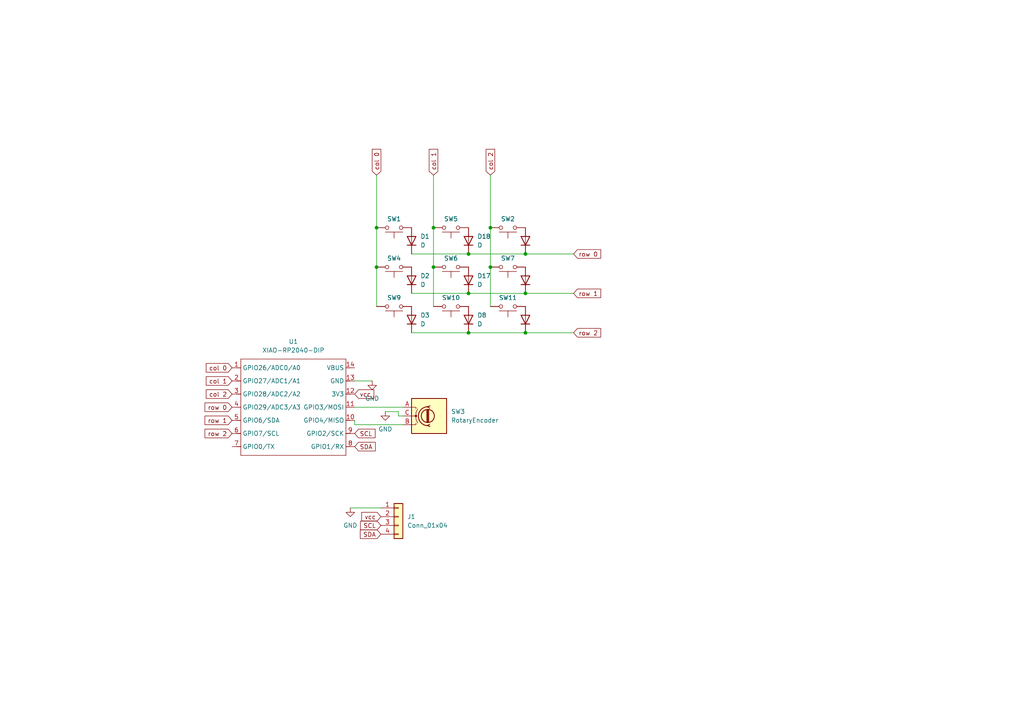
<source format=kicad_sch>
(kicad_sch
	(version 20250114)
	(generator "eeschema")
	(generator_version "9.0")
	(uuid "aeeb36dc-d059-4c10-942d-df4c49b48266")
	(paper "A4")
	(lib_symbols
		(symbol "Connector_Generic:Conn_01x04"
			(pin_names
				(offset 1.016)
				(hide yes)
			)
			(exclude_from_sim no)
			(in_bom yes)
			(on_board yes)
			(property "Reference" "J"
				(at 0 5.08 0)
				(effects
					(font
						(size 1.27 1.27)
					)
				)
			)
			(property "Value" "Conn_01x04"
				(at 0 -7.62 0)
				(effects
					(font
						(size 1.27 1.27)
					)
				)
			)
			(property "Footprint" ""
				(at 0 0 0)
				(effects
					(font
						(size 1.27 1.27)
					)
					(hide yes)
				)
			)
			(property "Datasheet" "~"
				(at 0 0 0)
				(effects
					(font
						(size 1.27 1.27)
					)
					(hide yes)
				)
			)
			(property "Description" "Generic connector, single row, 01x04, script generated (kicad-library-utils/schlib/autogen/connector/)"
				(at 0 0 0)
				(effects
					(font
						(size 1.27 1.27)
					)
					(hide yes)
				)
			)
			(property "ki_keywords" "connector"
				(at 0 0 0)
				(effects
					(font
						(size 1.27 1.27)
					)
					(hide yes)
				)
			)
			(property "ki_fp_filters" "Connector*:*_1x??_*"
				(at 0 0 0)
				(effects
					(font
						(size 1.27 1.27)
					)
					(hide yes)
				)
			)
			(symbol "Conn_01x04_1_1"
				(rectangle
					(start -1.27 3.81)
					(end 1.27 -6.35)
					(stroke
						(width 0.254)
						(type default)
					)
					(fill
						(type background)
					)
				)
				(rectangle
					(start -1.27 2.667)
					(end 0 2.413)
					(stroke
						(width 0.1524)
						(type default)
					)
					(fill
						(type none)
					)
				)
				(rectangle
					(start -1.27 0.127)
					(end 0 -0.127)
					(stroke
						(width 0.1524)
						(type default)
					)
					(fill
						(type none)
					)
				)
				(rectangle
					(start -1.27 -2.413)
					(end 0 -2.667)
					(stroke
						(width 0.1524)
						(type default)
					)
					(fill
						(type none)
					)
				)
				(rectangle
					(start -1.27 -4.953)
					(end 0 -5.207)
					(stroke
						(width 0.1524)
						(type default)
					)
					(fill
						(type none)
					)
				)
				(pin passive line
					(at -5.08 2.54 0)
					(length 3.81)
					(name "Pin_1"
						(effects
							(font
								(size 1.27 1.27)
							)
						)
					)
					(number "1"
						(effects
							(font
								(size 1.27 1.27)
							)
						)
					)
				)
				(pin passive line
					(at -5.08 0 0)
					(length 3.81)
					(name "Pin_2"
						(effects
							(font
								(size 1.27 1.27)
							)
						)
					)
					(number "2"
						(effects
							(font
								(size 1.27 1.27)
							)
						)
					)
				)
				(pin passive line
					(at -5.08 -2.54 0)
					(length 3.81)
					(name "Pin_3"
						(effects
							(font
								(size 1.27 1.27)
							)
						)
					)
					(number "3"
						(effects
							(font
								(size 1.27 1.27)
							)
						)
					)
				)
				(pin passive line
					(at -5.08 -5.08 0)
					(length 3.81)
					(name "Pin_4"
						(effects
							(font
								(size 1.27 1.27)
							)
						)
					)
					(number "4"
						(effects
							(font
								(size 1.27 1.27)
							)
						)
					)
				)
			)
			(embedded_fonts no)
		)
		(symbol "Device:D"
			(pin_numbers
				(hide yes)
			)
			(pin_names
				(offset 1.016)
				(hide yes)
			)
			(exclude_from_sim no)
			(in_bom yes)
			(on_board yes)
			(property "Reference" "D"
				(at 0 2.54 0)
				(effects
					(font
						(size 1.27 1.27)
					)
				)
			)
			(property "Value" "D"
				(at 0 -2.54 0)
				(effects
					(font
						(size 1.27 1.27)
					)
				)
			)
			(property "Footprint" ""
				(at 0 0 0)
				(effects
					(font
						(size 1.27 1.27)
					)
					(hide yes)
				)
			)
			(property "Datasheet" "~"
				(at 0 0 0)
				(effects
					(font
						(size 1.27 1.27)
					)
					(hide yes)
				)
			)
			(property "Description" "Diode"
				(at 0 0 0)
				(effects
					(font
						(size 1.27 1.27)
					)
					(hide yes)
				)
			)
			(property "Sim.Device" "D"
				(at 0 0 0)
				(effects
					(font
						(size 1.27 1.27)
					)
					(hide yes)
				)
			)
			(property "Sim.Pins" "1=K 2=A"
				(at 0 0 0)
				(effects
					(font
						(size 1.27 1.27)
					)
					(hide yes)
				)
			)
			(property "ki_keywords" "diode"
				(at 0 0 0)
				(effects
					(font
						(size 1.27 1.27)
					)
					(hide yes)
				)
			)
			(property "ki_fp_filters" "TO-???* *_Diode_* *SingleDiode* D_*"
				(at 0 0 0)
				(effects
					(font
						(size 1.27 1.27)
					)
					(hide yes)
				)
			)
			(symbol "D_0_1"
				(polyline
					(pts
						(xy -1.27 1.27) (xy -1.27 -1.27)
					)
					(stroke
						(width 0.254)
						(type default)
					)
					(fill
						(type none)
					)
				)
				(polyline
					(pts
						(xy 1.27 1.27) (xy 1.27 -1.27) (xy -1.27 0) (xy 1.27 1.27)
					)
					(stroke
						(width 0.254)
						(type default)
					)
					(fill
						(type none)
					)
				)
				(polyline
					(pts
						(xy 1.27 0) (xy -1.27 0)
					)
					(stroke
						(width 0)
						(type default)
					)
					(fill
						(type none)
					)
				)
			)
			(symbol "D_1_1"
				(pin passive line
					(at -3.81 0 0)
					(length 2.54)
					(name "K"
						(effects
							(font
								(size 1.27 1.27)
							)
						)
					)
					(number "1"
						(effects
							(font
								(size 1.27 1.27)
							)
						)
					)
				)
				(pin passive line
					(at 3.81 0 180)
					(length 2.54)
					(name "A"
						(effects
							(font
								(size 1.27 1.27)
							)
						)
					)
					(number "2"
						(effects
							(font
								(size 1.27 1.27)
							)
						)
					)
				)
			)
			(embedded_fonts no)
		)
		(symbol "Device:RotaryEncoder"
			(pin_names
				(offset 0.254)
				(hide yes)
			)
			(exclude_from_sim no)
			(in_bom yes)
			(on_board yes)
			(property "Reference" "SW"
				(at 0 6.604 0)
				(effects
					(font
						(size 1.27 1.27)
					)
				)
			)
			(property "Value" "RotaryEncoder"
				(at 0 -6.604 0)
				(effects
					(font
						(size 1.27 1.27)
					)
				)
			)
			(property "Footprint" ""
				(at -3.81 4.064 0)
				(effects
					(font
						(size 1.27 1.27)
					)
					(hide yes)
				)
			)
			(property "Datasheet" "~"
				(at 0 6.604 0)
				(effects
					(font
						(size 1.27 1.27)
					)
					(hide yes)
				)
			)
			(property "Description" "Rotary encoder, dual channel, incremental quadrate outputs"
				(at 0 0 0)
				(effects
					(font
						(size 1.27 1.27)
					)
					(hide yes)
				)
			)
			(property "ki_keywords" "rotary switch encoder"
				(at 0 0 0)
				(effects
					(font
						(size 1.27 1.27)
					)
					(hide yes)
				)
			)
			(property "ki_fp_filters" "RotaryEncoder*"
				(at 0 0 0)
				(effects
					(font
						(size 1.27 1.27)
					)
					(hide yes)
				)
			)
			(symbol "RotaryEncoder_0_1"
				(rectangle
					(start -5.08 5.08)
					(end 5.08 -5.08)
					(stroke
						(width 0.254)
						(type default)
					)
					(fill
						(type background)
					)
				)
				(polyline
					(pts
						(xy -5.08 2.54) (xy -3.81 2.54) (xy -3.81 2.032)
					)
					(stroke
						(width 0)
						(type default)
					)
					(fill
						(type none)
					)
				)
				(polyline
					(pts
						(xy -5.08 0) (xy -3.81 0) (xy -3.81 -1.016) (xy -3.302 -2.032)
					)
					(stroke
						(width 0)
						(type default)
					)
					(fill
						(type none)
					)
				)
				(polyline
					(pts
						(xy -5.08 -2.54) (xy -3.81 -2.54) (xy -3.81 -2.032)
					)
					(stroke
						(width 0)
						(type default)
					)
					(fill
						(type none)
					)
				)
				(polyline
					(pts
						(xy -4.318 0) (xy -3.81 0) (xy -3.81 1.016) (xy -3.302 2.032)
					)
					(stroke
						(width 0)
						(type default)
					)
					(fill
						(type none)
					)
				)
				(circle
					(center -3.81 0)
					(radius 0.254)
					(stroke
						(width 0)
						(type default)
					)
					(fill
						(type outline)
					)
				)
				(polyline
					(pts
						(xy -0.635 -1.778) (xy -0.635 1.778)
					)
					(stroke
						(width 0.254)
						(type default)
					)
					(fill
						(type none)
					)
				)
				(circle
					(center -0.381 0)
					(radius 1.905)
					(stroke
						(width 0.254)
						(type default)
					)
					(fill
						(type none)
					)
				)
				(polyline
					(pts
						(xy -0.381 -1.778) (xy -0.381 1.778)
					)
					(stroke
						(width 0.254)
						(type default)
					)
					(fill
						(type none)
					)
				)
				(arc
					(start -0.381 -2.794)
					(mid -3.0988 -0.0635)
					(end -0.381 2.667)
					(stroke
						(width 0.254)
						(type default)
					)
					(fill
						(type none)
					)
				)
				(polyline
					(pts
						(xy -0.127 1.778) (xy -0.127 -1.778)
					)
					(stroke
						(width 0.254)
						(type default)
					)
					(fill
						(type none)
					)
				)
				(polyline
					(pts
						(xy 0.254 2.921) (xy -0.508 2.667) (xy 0.127 2.286)
					)
					(stroke
						(width 0.254)
						(type default)
					)
					(fill
						(type none)
					)
				)
				(polyline
					(pts
						(xy 0.254 -3.048) (xy -0.508 -2.794) (xy 0.127 -2.413)
					)
					(stroke
						(width 0.254)
						(type default)
					)
					(fill
						(type none)
					)
				)
			)
			(symbol "RotaryEncoder_1_1"
				(pin passive line
					(at -7.62 2.54 0)
					(length 2.54)
					(name "A"
						(effects
							(font
								(size 1.27 1.27)
							)
						)
					)
					(number "A"
						(effects
							(font
								(size 1.27 1.27)
							)
						)
					)
				)
				(pin passive line
					(at -7.62 0 0)
					(length 2.54)
					(name "C"
						(effects
							(font
								(size 1.27 1.27)
							)
						)
					)
					(number "C"
						(effects
							(font
								(size 1.27 1.27)
							)
						)
					)
				)
				(pin passive line
					(at -7.62 -2.54 0)
					(length 2.54)
					(name "B"
						(effects
							(font
								(size 1.27 1.27)
							)
						)
					)
					(number "B"
						(effects
							(font
								(size 1.27 1.27)
							)
						)
					)
				)
			)
			(embedded_fonts no)
		)
		(symbol "Seeed_Studio_XIAO_Series (1):XIAO-RP2040-DIP"
			(exclude_from_sim no)
			(in_bom yes)
			(on_board yes)
			(property "Reference" "U"
				(at 0 0 0)
				(effects
					(font
						(size 1.27 1.27)
					)
				)
			)
			(property "Value" "XIAO-RP2040-DIP"
				(at 5.334 -1.778 0)
				(effects
					(font
						(size 1.27 1.27)
					)
				)
			)
			(property "Footprint" "Module:MOUDLE14P-XIAO-DIP-SMD"
				(at 14.478 -32.258 0)
				(effects
					(font
						(size 1.27 1.27)
					)
					(hide yes)
				)
			)
			(property "Datasheet" ""
				(at 0 0 0)
				(effects
					(font
						(size 1.27 1.27)
					)
					(hide yes)
				)
			)
			(property "Description" ""
				(at 0 0 0)
				(effects
					(font
						(size 1.27 1.27)
					)
					(hide yes)
				)
			)
			(symbol "XIAO-RP2040-DIP_1_0"
				(polyline
					(pts
						(xy -1.27 -2.54) (xy 29.21 -2.54)
					)
					(stroke
						(width 0.1524)
						(type solid)
					)
					(fill
						(type none)
					)
				)
				(polyline
					(pts
						(xy -1.27 -5.08) (xy -2.54 -5.08)
					)
					(stroke
						(width 0.1524)
						(type solid)
					)
					(fill
						(type none)
					)
				)
				(polyline
					(pts
						(xy -1.27 -5.08) (xy -1.27 -2.54)
					)
					(stroke
						(width 0.1524)
						(type solid)
					)
					(fill
						(type none)
					)
				)
				(polyline
					(pts
						(xy -1.27 -8.89) (xy -2.54 -8.89)
					)
					(stroke
						(width 0.1524)
						(type solid)
					)
					(fill
						(type none)
					)
				)
				(polyline
					(pts
						(xy -1.27 -8.89) (xy -1.27 -5.08)
					)
					(stroke
						(width 0.1524)
						(type solid)
					)
					(fill
						(type none)
					)
				)
				(polyline
					(pts
						(xy -1.27 -12.7) (xy -2.54 -12.7)
					)
					(stroke
						(width 0.1524)
						(type solid)
					)
					(fill
						(type none)
					)
				)
				(polyline
					(pts
						(xy -1.27 -12.7) (xy -1.27 -8.89)
					)
					(stroke
						(width 0.1524)
						(type solid)
					)
					(fill
						(type none)
					)
				)
				(polyline
					(pts
						(xy -1.27 -16.51) (xy -2.54 -16.51)
					)
					(stroke
						(width 0.1524)
						(type solid)
					)
					(fill
						(type none)
					)
				)
				(polyline
					(pts
						(xy -1.27 -16.51) (xy -1.27 -12.7)
					)
					(stroke
						(width 0.1524)
						(type solid)
					)
					(fill
						(type none)
					)
				)
				(polyline
					(pts
						(xy -1.27 -20.32) (xy -2.54 -20.32)
					)
					(stroke
						(width 0.1524)
						(type solid)
					)
					(fill
						(type none)
					)
				)
				(polyline
					(pts
						(xy -1.27 -24.13) (xy -2.54 -24.13)
					)
					(stroke
						(width 0.1524)
						(type solid)
					)
					(fill
						(type none)
					)
				)
				(polyline
					(pts
						(xy -1.27 -27.94) (xy -2.54 -27.94)
					)
					(stroke
						(width 0.1524)
						(type solid)
					)
					(fill
						(type none)
					)
				)
				(polyline
					(pts
						(xy -1.27 -30.48) (xy -1.27 -16.51)
					)
					(stroke
						(width 0.1524)
						(type solid)
					)
					(fill
						(type none)
					)
				)
				(polyline
					(pts
						(xy 29.21 -2.54) (xy 29.21 -5.08)
					)
					(stroke
						(width 0.1524)
						(type solid)
					)
					(fill
						(type none)
					)
				)
				(polyline
					(pts
						(xy 29.21 -5.08) (xy 29.21 -8.89)
					)
					(stroke
						(width 0.1524)
						(type solid)
					)
					(fill
						(type none)
					)
				)
				(polyline
					(pts
						(xy 29.21 -8.89) (xy 29.21 -12.7)
					)
					(stroke
						(width 0.1524)
						(type solid)
					)
					(fill
						(type none)
					)
				)
				(polyline
					(pts
						(xy 29.21 -12.7) (xy 29.21 -30.48)
					)
					(stroke
						(width 0.1524)
						(type solid)
					)
					(fill
						(type none)
					)
				)
				(polyline
					(pts
						(xy 29.21 -30.48) (xy -1.27 -30.48)
					)
					(stroke
						(width 0.1524)
						(type solid)
					)
					(fill
						(type none)
					)
				)
				(polyline
					(pts
						(xy 30.48 -5.08) (xy 29.21 -5.08)
					)
					(stroke
						(width 0.1524)
						(type solid)
					)
					(fill
						(type none)
					)
				)
				(polyline
					(pts
						(xy 30.48 -8.89) (xy 29.21 -8.89)
					)
					(stroke
						(width 0.1524)
						(type solid)
					)
					(fill
						(type none)
					)
				)
				(polyline
					(pts
						(xy 30.48 -12.7) (xy 29.21 -12.7)
					)
					(stroke
						(width 0.1524)
						(type solid)
					)
					(fill
						(type none)
					)
				)
				(polyline
					(pts
						(xy 30.48 -16.51) (xy 29.21 -16.51)
					)
					(stroke
						(width 0.1524)
						(type solid)
					)
					(fill
						(type none)
					)
				)
				(polyline
					(pts
						(xy 30.48 -20.32) (xy 29.21 -20.32)
					)
					(stroke
						(width 0.1524)
						(type solid)
					)
					(fill
						(type none)
					)
				)
				(polyline
					(pts
						(xy 30.48 -24.13) (xy 29.21 -24.13)
					)
					(stroke
						(width 0.1524)
						(type solid)
					)
					(fill
						(type none)
					)
				)
				(polyline
					(pts
						(xy 30.48 -27.94) (xy 29.21 -27.94)
					)
					(stroke
						(width 0.1524)
						(type solid)
					)
					(fill
						(type none)
					)
				)
				(pin passive line
					(at -3.81 -5.08 0)
					(length 2.54)
					(name "GPIO26/ADC0/A0"
						(effects
							(font
								(size 1.27 1.27)
							)
						)
					)
					(number "1"
						(effects
							(font
								(size 1.27 1.27)
							)
						)
					)
				)
				(pin passive line
					(at -3.81 -8.89 0)
					(length 2.54)
					(name "GPIO27/ADC1/A1"
						(effects
							(font
								(size 1.27 1.27)
							)
						)
					)
					(number "2"
						(effects
							(font
								(size 1.27 1.27)
							)
						)
					)
				)
				(pin passive line
					(at -3.81 -12.7 0)
					(length 2.54)
					(name "GPIO28/ADC2/A2"
						(effects
							(font
								(size 1.27 1.27)
							)
						)
					)
					(number "3"
						(effects
							(font
								(size 1.27 1.27)
							)
						)
					)
				)
				(pin passive line
					(at -3.81 -16.51 0)
					(length 2.54)
					(name "GPIO29/ADC3/A3"
						(effects
							(font
								(size 1.27 1.27)
							)
						)
					)
					(number "4"
						(effects
							(font
								(size 1.27 1.27)
							)
						)
					)
				)
				(pin passive line
					(at -3.81 -20.32 0)
					(length 2.54)
					(name "GPIO6/SDA"
						(effects
							(font
								(size 1.27 1.27)
							)
						)
					)
					(number "5"
						(effects
							(font
								(size 1.27 1.27)
							)
						)
					)
				)
				(pin passive line
					(at -3.81 -24.13 0)
					(length 2.54)
					(name "GPIO7/SCL"
						(effects
							(font
								(size 1.27 1.27)
							)
						)
					)
					(number "6"
						(effects
							(font
								(size 1.27 1.27)
							)
						)
					)
				)
				(pin passive line
					(at -3.81 -27.94 0)
					(length 2.54)
					(name "GPIO0/TX"
						(effects
							(font
								(size 1.27 1.27)
							)
						)
					)
					(number "7"
						(effects
							(font
								(size 1.27 1.27)
							)
						)
					)
				)
				(pin passive line
					(at 31.75 -5.08 180)
					(length 2.54)
					(name "VBUS"
						(effects
							(font
								(size 1.27 1.27)
							)
						)
					)
					(number "14"
						(effects
							(font
								(size 1.27 1.27)
							)
						)
					)
				)
				(pin passive line
					(at 31.75 -8.89 180)
					(length 2.54)
					(name "GND"
						(effects
							(font
								(size 1.27 1.27)
							)
						)
					)
					(number "13"
						(effects
							(font
								(size 1.27 1.27)
							)
						)
					)
				)
				(pin passive line
					(at 31.75 -12.7 180)
					(length 2.54)
					(name "3V3"
						(effects
							(font
								(size 1.27 1.27)
							)
						)
					)
					(number "12"
						(effects
							(font
								(size 1.27 1.27)
							)
						)
					)
				)
				(pin passive line
					(at 31.75 -16.51 180)
					(length 2.54)
					(name "GPIO3/MOSI"
						(effects
							(font
								(size 1.27 1.27)
							)
						)
					)
					(number "11"
						(effects
							(font
								(size 1.27 1.27)
							)
						)
					)
				)
				(pin passive line
					(at 31.75 -20.32 180)
					(length 2.54)
					(name "GPIO4/MISO"
						(effects
							(font
								(size 1.27 1.27)
							)
						)
					)
					(number "10"
						(effects
							(font
								(size 1.27 1.27)
							)
						)
					)
				)
				(pin passive line
					(at 31.75 -24.13 180)
					(length 2.54)
					(name "GPIO2/SCK"
						(effects
							(font
								(size 1.27 1.27)
							)
						)
					)
					(number "9"
						(effects
							(font
								(size 1.27 1.27)
							)
						)
					)
				)
				(pin passive line
					(at 31.75 -27.94 180)
					(length 2.54)
					(name "GPIO1/RX"
						(effects
							(font
								(size 1.27 1.27)
							)
						)
					)
					(number "8"
						(effects
							(font
								(size 1.27 1.27)
							)
						)
					)
				)
			)
			(embedded_fonts no)
		)
		(symbol "Switch:SW_Push"
			(pin_numbers
				(hide yes)
			)
			(pin_names
				(offset 1.016)
				(hide yes)
			)
			(exclude_from_sim no)
			(in_bom yes)
			(on_board yes)
			(property "Reference" "SW"
				(at 1.27 2.54 0)
				(effects
					(font
						(size 1.27 1.27)
					)
					(justify left)
				)
			)
			(property "Value" "SW_Push"
				(at 0 -1.524 0)
				(effects
					(font
						(size 1.27 1.27)
					)
				)
			)
			(property "Footprint" ""
				(at 0 5.08 0)
				(effects
					(font
						(size 1.27 1.27)
					)
					(hide yes)
				)
			)
			(property "Datasheet" "~"
				(at 0 5.08 0)
				(effects
					(font
						(size 1.27 1.27)
					)
					(hide yes)
				)
			)
			(property "Description" "Push button switch, generic, two pins"
				(at 0 0 0)
				(effects
					(font
						(size 1.27 1.27)
					)
					(hide yes)
				)
			)
			(property "ki_keywords" "switch normally-open pushbutton push-button"
				(at 0 0 0)
				(effects
					(font
						(size 1.27 1.27)
					)
					(hide yes)
				)
			)
			(symbol "SW_Push_0_1"
				(circle
					(center -2.032 0)
					(radius 0.508)
					(stroke
						(width 0)
						(type default)
					)
					(fill
						(type none)
					)
				)
				(polyline
					(pts
						(xy 0 1.27) (xy 0 3.048)
					)
					(stroke
						(width 0)
						(type default)
					)
					(fill
						(type none)
					)
				)
				(circle
					(center 2.032 0)
					(radius 0.508)
					(stroke
						(width 0)
						(type default)
					)
					(fill
						(type none)
					)
				)
				(polyline
					(pts
						(xy 2.54 1.27) (xy -2.54 1.27)
					)
					(stroke
						(width 0)
						(type default)
					)
					(fill
						(type none)
					)
				)
				(pin passive line
					(at -5.08 0 0)
					(length 2.54)
					(name "1"
						(effects
							(font
								(size 1.27 1.27)
							)
						)
					)
					(number "1"
						(effects
							(font
								(size 1.27 1.27)
							)
						)
					)
				)
				(pin passive line
					(at 5.08 0 180)
					(length 2.54)
					(name "2"
						(effects
							(font
								(size 1.27 1.27)
							)
						)
					)
					(number "2"
						(effects
							(font
								(size 1.27 1.27)
							)
						)
					)
				)
			)
			(embedded_fonts no)
		)
		(symbol "power:GND"
			(power)
			(pin_numbers
				(hide yes)
			)
			(pin_names
				(offset 0)
				(hide yes)
			)
			(exclude_from_sim no)
			(in_bom yes)
			(on_board yes)
			(property "Reference" "#PWR"
				(at 0 -6.35 0)
				(effects
					(font
						(size 1.27 1.27)
					)
					(hide yes)
				)
			)
			(property "Value" "GND"
				(at 0 -3.81 0)
				(effects
					(font
						(size 1.27 1.27)
					)
				)
			)
			(property "Footprint" ""
				(at 0 0 0)
				(effects
					(font
						(size 1.27 1.27)
					)
					(hide yes)
				)
			)
			(property "Datasheet" ""
				(at 0 0 0)
				(effects
					(font
						(size 1.27 1.27)
					)
					(hide yes)
				)
			)
			(property "Description" "Power symbol creates a global label with name \"GND\" , ground"
				(at 0 0 0)
				(effects
					(font
						(size 1.27 1.27)
					)
					(hide yes)
				)
			)
			(property "ki_keywords" "global power"
				(at 0 0 0)
				(effects
					(font
						(size 1.27 1.27)
					)
					(hide yes)
				)
			)
			(symbol "GND_0_1"
				(polyline
					(pts
						(xy 0 0) (xy 0 -1.27) (xy 1.27 -1.27) (xy 0 -2.54) (xy -1.27 -1.27) (xy 0 -1.27)
					)
					(stroke
						(width 0)
						(type default)
					)
					(fill
						(type none)
					)
				)
			)
			(symbol "GND_1_1"
				(pin power_in line
					(at 0 0 270)
					(length 0)
					(name "~"
						(effects
							(font
								(size 1.27 1.27)
							)
						)
					)
					(number "1"
						(effects
							(font
								(size 1.27 1.27)
							)
						)
					)
				)
			)
			(embedded_fonts no)
		)
	)
	(junction
		(at 135.89 96.52)
		(diameter 0)
		(color 0 0 0 0)
		(uuid "21705791-605f-4eb2-ad42-075df4185996")
	)
	(junction
		(at 135.89 73.66)
		(diameter 0)
		(color 0 0 0 0)
		(uuid "4307f582-98d2-4136-8589-7952e5446ff1")
	)
	(junction
		(at 142.24 77.47)
		(diameter 0)
		(color 0 0 0 0)
		(uuid "5f05561d-0ef4-4aa5-9bc6-c2572d147723")
	)
	(junction
		(at 135.89 85.09)
		(diameter 0)
		(color 0 0 0 0)
		(uuid "8ab06f30-4db7-4eae-8843-be246c456591")
	)
	(junction
		(at 152.4 85.09)
		(diameter 0)
		(color 0 0 0 0)
		(uuid "c330baeb-746e-4503-af13-355440f8c410")
	)
	(junction
		(at 152.4 96.52)
		(diameter 0)
		(color 0 0 0 0)
		(uuid "c6ec0d01-a9ea-4332-aa63-c102235c479c")
	)
	(junction
		(at 109.22 66.04)
		(diameter 0)
		(color 0 0 0 0)
		(uuid "c7d2113a-3c40-42c3-8b60-68ec118395a9")
	)
	(junction
		(at 109.22 77.47)
		(diameter 0)
		(color 0 0 0 0)
		(uuid "cb5cedd5-6c0a-4b7a-9194-be413cb238f0")
	)
	(junction
		(at 125.73 77.47)
		(diameter 0)
		(color 0 0 0 0)
		(uuid "cc9236f0-035b-4906-b2b2-9788e5e8c50f")
	)
	(junction
		(at 125.73 66.04)
		(diameter 0)
		(color 0 0 0 0)
		(uuid "d054eebb-a5c0-4169-a37c-706d74e7143c")
	)
	(junction
		(at 142.24 66.04)
		(diameter 0)
		(color 0 0 0 0)
		(uuid "d920a977-a2ac-40bb-9dc2-f5c530331610")
	)
	(junction
		(at 152.4 73.66)
		(diameter 0)
		(color 0 0 0 0)
		(uuid "de9af903-d68e-47d9-a8ad-70f1ea109ae4")
	)
	(wire
		(pts
			(xy 125.73 77.47) (xy 125.73 88.9)
		)
		(stroke
			(width 0)
			(type default)
		)
		(uuid "13ae2eb0-c353-4acf-ad75-bc74fbcadf70")
	)
	(wire
		(pts
			(xy 135.89 96.52) (xy 152.4 96.52)
		)
		(stroke
			(width 0)
			(type default)
		)
		(uuid "1738d8f4-1551-4692-a707-6bf88affdd2c")
	)
	(wire
		(pts
			(xy 109.22 77.47) (xy 109.22 88.9)
		)
		(stroke
			(width 0)
			(type default)
		)
		(uuid "212ee764-8896-4739-896a-89717e07a55c")
	)
	(wire
		(pts
			(xy 152.4 96.52) (xy 166.37 96.52)
		)
		(stroke
			(width 0)
			(type default)
		)
		(uuid "2480a64c-02cd-44e9-b525-033dfefd76a2")
	)
	(wire
		(pts
			(xy 102.87 123.19) (xy 102.87 121.92)
		)
		(stroke
			(width 0)
			(type default)
		)
		(uuid "24da87a9-96df-432e-8d27-10902af568f3")
	)
	(wire
		(pts
			(xy 111.76 119.38) (xy 115.57 119.38)
		)
		(stroke
			(width 0)
			(type default)
		)
		(uuid "2715b3b7-3e5e-4293-90cc-1505a12d538d")
	)
	(wire
		(pts
			(xy 119.38 73.66) (xy 135.89 73.66)
		)
		(stroke
			(width 0)
			(type default)
		)
		(uuid "2db78838-5fab-4d92-9d05-0aabdf4478f0")
	)
	(wire
		(pts
			(xy 142.24 50.8) (xy 142.24 66.04)
		)
		(stroke
			(width 0)
			(type default)
		)
		(uuid "3654384f-6098-48d4-a442-16ef17ef693e")
	)
	(wire
		(pts
			(xy 115.57 119.38) (xy 115.57 120.65)
		)
		(stroke
			(width 0)
			(type default)
		)
		(uuid "5514e35e-9404-450b-94e4-49f31d4a0172")
	)
	(wire
		(pts
			(xy 152.4 73.66) (xy 166.37 73.66)
		)
		(stroke
			(width 0)
			(type default)
		)
		(uuid "56109671-c416-4177-82d3-025e8195ee3b")
	)
	(wire
		(pts
			(xy 125.73 50.8) (xy 125.73 66.04)
		)
		(stroke
			(width 0)
			(type default)
		)
		(uuid "665e6a84-817a-472d-935d-f3a71abcc25b")
	)
	(wire
		(pts
			(xy 135.89 73.66) (xy 152.4 73.66)
		)
		(stroke
			(width 0)
			(type default)
		)
		(uuid "78cd5b54-606e-4c66-84e0-23cff3681637")
	)
	(wire
		(pts
			(xy 142.24 77.47) (xy 142.24 88.9)
		)
		(stroke
			(width 0)
			(type default)
		)
		(uuid "7b521de1-db88-4039-bd4f-77937f88482b")
	)
	(wire
		(pts
			(xy 142.24 66.04) (xy 142.24 77.47)
		)
		(stroke
			(width 0)
			(type default)
		)
		(uuid "922d4873-36d4-4f3d-8c4b-57784b96d858")
	)
	(wire
		(pts
			(xy 115.57 120.65) (xy 116.84 120.65)
		)
		(stroke
			(width 0)
			(type default)
		)
		(uuid "9d8941e1-78e7-4784-b962-3e861f29a760")
	)
	(wire
		(pts
			(xy 101.6 147.32) (xy 110.49 147.32)
		)
		(stroke
			(width 0)
			(type default)
		)
		(uuid "a1e2b5e6-65b7-4b64-b06e-13473ab0fb54")
	)
	(wire
		(pts
			(xy 125.73 66.04) (xy 125.73 77.47)
		)
		(stroke
			(width 0)
			(type default)
		)
		(uuid "a3a54c62-5aa9-47ee-be1a-a7295edd19b2")
	)
	(wire
		(pts
			(xy 109.22 50.8) (xy 109.22 66.04)
		)
		(stroke
			(width 0)
			(type default)
		)
		(uuid "a690d871-f2f6-4f47-9742-a403373376ed")
	)
	(wire
		(pts
			(xy 109.22 66.04) (xy 109.22 77.47)
		)
		(stroke
			(width 0)
			(type default)
		)
		(uuid "bb016f45-b362-4e38-8c2a-580412f5ae9a")
	)
	(wire
		(pts
			(xy 119.38 96.52) (xy 135.89 96.52)
		)
		(stroke
			(width 0)
			(type default)
		)
		(uuid "caec39c4-93bd-4f7b-ba3d-9d8c323c6c6d")
	)
	(wire
		(pts
			(xy 135.89 85.09) (xy 152.4 85.09)
		)
		(stroke
			(width 0)
			(type default)
		)
		(uuid "cb9723f1-d57e-4b81-850a-ebbbf453aaae")
	)
	(wire
		(pts
			(xy 119.38 85.09) (xy 135.89 85.09)
		)
		(stroke
			(width 0)
			(type default)
		)
		(uuid "e2e13e28-d4d6-47c9-b836-92514f351e96")
	)
	(wire
		(pts
			(xy 152.4 85.09) (xy 166.37 85.09)
		)
		(stroke
			(width 0)
			(type default)
		)
		(uuid "ee4872a3-54e9-4862-8b02-18ee5ed81b48")
	)
	(wire
		(pts
			(xy 116.84 123.19) (xy 102.87 123.19)
		)
		(stroke
			(width 0)
			(type default)
		)
		(uuid "effe156f-2377-4c4b-8774-369250208326")
	)
	(wire
		(pts
			(xy 116.84 118.11) (xy 102.87 118.11)
		)
		(stroke
			(width 0)
			(type default)
		)
		(uuid "f17d5c5c-e748-4f65-8d38-7f5765dd91e1")
	)
	(wire
		(pts
			(xy 107.95 110.49) (xy 102.87 110.49)
		)
		(stroke
			(width 0)
			(type default)
		)
		(uuid "fa70a7dd-2e87-4583-a678-dcade1f124cf")
	)
	(global_label "row 1"
		(shape input)
		(at 166.37 85.09 0)
		(fields_autoplaced yes)
		(effects
			(font
				(size 1.27 1.27)
			)
			(justify left)
		)
		(uuid "25160f8f-4827-4ded-a257-a5f5568bea44")
		(property "Intersheetrefs" "${INTERSHEET_REFS}"
			(at 174.798 85.09 0)
			(effects
				(font
					(size 1.27 1.27)
				)
				(justify left)
				(hide yes)
			)
		)
	)
	(global_label "SDA"
		(shape input)
		(at 102.87 129.54 0)
		(fields_autoplaced yes)
		(effects
			(font
				(size 1.27 1.27)
			)
			(justify left)
		)
		(uuid "269e1061-4f5c-4496-85ea-e7f541ad684f")
		(property "Intersheetrefs" "${INTERSHEET_REFS}"
			(at 109.4233 129.54 0)
			(effects
				(font
					(size 1.27 1.27)
				)
				(justify left)
				(hide yes)
			)
		)
	)
	(global_label "col 1"
		(shape input)
		(at 125.73 50.8 90)
		(fields_autoplaced yes)
		(effects
			(font
				(size 1.27 1.27)
			)
			(justify left)
		)
		(uuid "294fc14c-24c7-4bdc-aa4b-d7cfdadfbdf6")
		(property "Intersheetrefs" "${INTERSHEET_REFS}"
			(at 125.73 42.7349 90)
			(effects
				(font
					(size 1.27 1.27)
				)
				(justify left)
				(hide yes)
			)
		)
	)
	(global_label "col 1"
		(shape input)
		(at 67.31 110.49 180)
		(fields_autoplaced yes)
		(effects
			(font
				(size 1.27 1.27)
			)
			(justify right)
		)
		(uuid "3e9461ca-a65e-4aca-b1cf-c38b2fa5fb14")
		(property "Intersheetrefs" "${INTERSHEET_REFS}"
			(at 59.2449 110.49 0)
			(effects
				(font
					(size 1.27 1.27)
				)
				(justify right)
				(hide yes)
			)
		)
	)
	(global_label "col 0"
		(shape input)
		(at 109.22 50.8 90)
		(fields_autoplaced yes)
		(effects
			(font
				(size 1.27 1.27)
			)
			(justify left)
		)
		(uuid "458bab94-2f53-4f64-94c8-b2bf13903f40")
		(property "Intersheetrefs" "${INTERSHEET_REFS}"
			(at 109.22 42.7349 90)
			(effects
				(font
					(size 1.27 1.27)
				)
				(justify left)
				(hide yes)
			)
		)
	)
	(global_label "col 2"
		(shape input)
		(at 67.31 114.3 180)
		(fields_autoplaced yes)
		(effects
			(font
				(size 1.27 1.27)
			)
			(justify right)
		)
		(uuid "5369f12d-8c11-4151-b7f4-76298aeb4ddb")
		(property "Intersheetrefs" "${INTERSHEET_REFS}"
			(at 59.2449 114.3 0)
			(effects
				(font
					(size 1.27 1.27)
				)
				(justify right)
				(hide yes)
			)
		)
	)
	(global_label "row 1"
		(shape input)
		(at 67.31 121.92 180)
		(fields_autoplaced yes)
		(effects
			(font
				(size 1.27 1.27)
			)
			(justify right)
		)
		(uuid "6929924a-aaea-43cc-bf0d-33fb666df27f")
		(property "Intersheetrefs" "${INTERSHEET_REFS}"
			(at 58.882 121.92 0)
			(effects
				(font
					(size 1.27 1.27)
				)
				(justify right)
				(hide yes)
			)
		)
	)
	(global_label "vcc"
		(shape input)
		(at 102.87 114.3 0)
		(fields_autoplaced yes)
		(effects
			(font
				(size 1.27 1.27)
			)
			(justify left)
		)
		(uuid "85b2a0b6-8ca4-4e06-8316-cfa1e89649f5")
		(property "Intersheetrefs" "${INTERSHEET_REFS}"
			(at 109 114.3 0)
			(effects
				(font
					(size 1.27 1.27)
				)
				(justify left)
				(hide yes)
			)
		)
	)
	(global_label "row 2"
		(shape input)
		(at 67.31 125.73 180)
		(fields_autoplaced yes)
		(effects
			(font
				(size 1.27 1.27)
			)
			(justify right)
		)
		(uuid "b14c64be-0b5d-4eed-90cb-8ba3ffe0c9c9")
		(property "Intersheetrefs" "${INTERSHEET_REFS}"
			(at 58.882 125.73 0)
			(effects
				(font
					(size 1.27 1.27)
				)
				(justify right)
				(hide yes)
			)
		)
	)
	(global_label "SCL"
		(shape input)
		(at 102.87 125.73 0)
		(fields_autoplaced yes)
		(effects
			(font
				(size 1.27 1.27)
			)
			(justify left)
		)
		(uuid "b9576da3-e880-4d80-b780-b6fb983d4b64")
		(property "Intersheetrefs" "${INTERSHEET_REFS}"
			(at 109.3628 125.73 0)
			(effects
				(font
					(size 1.27 1.27)
				)
				(justify left)
				(hide yes)
			)
		)
	)
	(global_label "vcc"
		(shape input)
		(at 110.49 149.86 180)
		(fields_autoplaced yes)
		(effects
			(font
				(size 1.27 1.27)
			)
			(justify right)
		)
		(uuid "c6c73dd6-e766-492f-9d5c-9c1441cff704")
		(property "Intersheetrefs" "${INTERSHEET_REFS}"
			(at 104.36 149.86 0)
			(effects
				(font
					(size 1.27 1.27)
				)
				(justify right)
				(hide yes)
			)
		)
	)
	(global_label "row 0"
		(shape input)
		(at 67.31 118.11 180)
		(fields_autoplaced yes)
		(effects
			(font
				(size 1.27 1.27)
			)
			(justify right)
		)
		(uuid "cb0a6b89-29f1-4c61-b23e-0ed76d347827")
		(property "Intersheetrefs" "${INTERSHEET_REFS}"
			(at 58.882 118.11 0)
			(effects
				(font
					(size 1.27 1.27)
				)
				(justify right)
				(hide yes)
			)
		)
	)
	(global_label "row 0"
		(shape input)
		(at 166.37 73.66 0)
		(fields_autoplaced yes)
		(effects
			(font
				(size 1.27 1.27)
			)
			(justify left)
		)
		(uuid "d234cee5-2f80-47ef-9dc3-615b15bbb6ae")
		(property "Intersheetrefs" "${INTERSHEET_REFS}"
			(at 174.798 73.66 0)
			(effects
				(font
					(size 1.27 1.27)
				)
				(justify left)
				(hide yes)
			)
		)
	)
	(global_label "row 2"
		(shape input)
		(at 166.37 96.52 0)
		(fields_autoplaced yes)
		(effects
			(font
				(size 1.27 1.27)
			)
			(justify left)
		)
		(uuid "e2a26f9a-0225-4997-a46c-0a5f9c4c5290")
		(property "Intersheetrefs" "${INTERSHEET_REFS}"
			(at 174.798 96.52 0)
			(effects
				(font
					(size 1.27 1.27)
				)
				(justify left)
				(hide yes)
			)
		)
	)
	(global_label "SDA"
		(shape input)
		(at 110.49 154.94 180)
		(fields_autoplaced yes)
		(effects
			(font
				(size 1.27 1.27)
			)
			(justify right)
		)
		(uuid "ed29640b-2c06-4b93-9fa6-c50f05022dfb")
		(property "Intersheetrefs" "${INTERSHEET_REFS}"
			(at 103.9367 154.94 0)
			(effects
				(font
					(size 1.27 1.27)
				)
				(justify right)
				(hide yes)
			)
		)
	)
	(global_label "col 0"
		(shape input)
		(at 67.31 106.68 180)
		(fields_autoplaced yes)
		(effects
			(font
				(size 1.27 1.27)
			)
			(justify right)
		)
		(uuid "f4a18d99-42c7-4ef7-b6a7-bf3837ee2205")
		(property "Intersheetrefs" "${INTERSHEET_REFS}"
			(at 59.2449 106.68 0)
			(effects
				(font
					(size 1.27 1.27)
				)
				(justify right)
				(hide yes)
			)
		)
	)
	(global_label "SCL"
		(shape input)
		(at 110.49 152.4 180)
		(fields_autoplaced yes)
		(effects
			(font
				(size 1.27 1.27)
			)
			(justify right)
		)
		(uuid "f80a5ba5-cd19-4d69-b0ae-3893b7feeb2c")
		(property "Intersheetrefs" "${INTERSHEET_REFS}"
			(at 103.9972 152.4 0)
			(effects
				(font
					(size 1.27 1.27)
				)
				(justify right)
				(hide yes)
			)
		)
	)
	(global_label "col 2"
		(shape input)
		(at 142.24 50.8 90)
		(fields_autoplaced yes)
		(effects
			(font
				(size 1.27 1.27)
			)
			(justify left)
		)
		(uuid "fb396fc9-9fa6-4212-b867-8b1b62971add")
		(property "Intersheetrefs" "${INTERSHEET_REFS}"
			(at 142.24 42.7349 90)
			(effects
				(font
					(size 1.27 1.27)
				)
				(justify left)
				(hide yes)
			)
		)
	)
	(symbol
		(lib_id "Switch:SW_Push")
		(at 130.81 88.9 180)
		(unit 1)
		(exclude_from_sim no)
		(in_bom yes)
		(on_board yes)
		(dnp no)
		(fields_autoplaced yes)
		(uuid "0f329b51-bab5-4d48-ac9a-082be2e856a4")
		(property "Reference" "SW10"
			(at 130.81 86.36 0)
			(effects
				(font
					(size 1.27 1.27)
				)
			)
		)
		(property "Value" "SW_Push"
			(at 130.81 93.98 0)
			(effects
				(font
					(size 1.27 1.27)
				)
				(hide yes)
			)
		)
		(property "Footprint" "Button_Switch_Keyboard:SW_Cherry_MX_1.00u_PCB"
			(at 130.81 93.98 0)
			(effects
				(font
					(size 1.27 1.27)
				)
				(hide yes)
			)
		)
		(property "Datasheet" "~"
			(at 130.81 93.98 0)
			(effects
				(font
					(size 1.27 1.27)
				)
				(hide yes)
			)
		)
		(property "Description" "Push button switch, generic, two pins"
			(at 130.81 88.9 0)
			(effects
				(font
					(size 1.27 1.27)
				)
				(hide yes)
			)
		)
		(pin "2"
			(uuid "034dfdd8-cba0-4cfd-b033-ae8953d0b619")
		)
		(pin "1"
			(uuid "8c5b33bf-51fe-4213-8035-68957dcbf2d5")
		)
		(instances
			(project "keypad"
				(path "/aeeb36dc-d059-4c10-942d-df4c49b48266"
					(reference "SW10")
					(unit 1)
				)
			)
		)
	)
	(symbol
		(lib_id "Switch:SW_Push")
		(at 147.32 66.04 180)
		(unit 1)
		(exclude_from_sim no)
		(in_bom yes)
		(on_board yes)
		(dnp no)
		(fields_autoplaced yes)
		(uuid "0ffb85ef-6bf5-4d8e-aa6b-68583ad4040c")
		(property "Reference" "SW2"
			(at 147.32 63.5 0)
			(effects
				(font
					(size 1.27 1.27)
				)
			)
		)
		(property "Value" "SW_Push"
			(at 147.32 71.12 0)
			(effects
				(font
					(size 1.27 1.27)
				)
				(hide yes)
			)
		)
		(property "Footprint" "Button_Switch_Keyboard:SW_Cherry_MX_1.00u_PCB"
			(at 147.32 71.12 0)
			(effects
				(font
					(size 1.27 1.27)
				)
				(hide yes)
			)
		)
		(property "Datasheet" "~"
			(at 147.32 71.12 0)
			(effects
				(font
					(size 1.27 1.27)
				)
				(hide yes)
			)
		)
		(property "Description" "Push button switch, generic, two pins"
			(at 147.32 66.04 0)
			(effects
				(font
					(size 1.27 1.27)
				)
				(hide yes)
			)
		)
		(pin "2"
			(uuid "55648247-48c5-4c2f-bd37-8ba6649f068b")
		)
		(pin "1"
			(uuid "b398bb06-d94b-4dc4-bef6-f25c2bddb53f")
		)
		(instances
			(project "keypad"
				(path "/aeeb36dc-d059-4c10-942d-df4c49b48266"
					(reference "SW2")
					(unit 1)
				)
			)
		)
	)
	(symbol
		(lib_id "Device:D")
		(at 135.89 69.85 90)
		(unit 1)
		(exclude_from_sim no)
		(in_bom yes)
		(on_board yes)
		(dnp no)
		(fields_autoplaced yes)
		(uuid "17784d06-3850-4896-88bd-5b5c5967e195")
		(property "Reference" "D18"
			(at 138.43 68.5799 90)
			(effects
				(font
					(size 1.27 1.27)
				)
				(justify right)
			)
		)
		(property "Value" "D"
			(at 138.43 71.1199 90)
			(effects
				(font
					(size 1.27 1.27)
				)
				(justify right)
			)
		)
		(property "Footprint" "Diode_THT:D_DO-35_SOD27_P2.54mm_Vertical_AnodeUp"
			(at 135.89 69.85 0)
			(effects
				(font
					(size 1.27 1.27)
				)
				(hide yes)
			)
		)
		(property "Datasheet" "~"
			(at 135.89 69.85 0)
			(effects
				(font
					(size 1.27 1.27)
				)
				(hide yes)
			)
		)
		(property "Description" "Diode"
			(at 135.89 69.85 0)
			(effects
				(font
					(size 1.27 1.27)
				)
				(hide yes)
			)
		)
		(property "Sim.Device" "D"
			(at 135.89 69.85 0)
			(effects
				(font
					(size 1.27 1.27)
				)
				(hide yes)
			)
		)
		(property "Sim.Pins" "1=K 2=A"
			(at 135.89 69.85 0)
			(effects
				(font
					(size 1.27 1.27)
				)
				(hide yes)
			)
		)
		(pin "2"
			(uuid "28b3dcf0-86ff-4c50-92fd-4464c8e71156")
		)
		(pin "1"
			(uuid "838a3a87-af1f-41c7-94f2-cd82e8843e17")
		)
		(instances
			(project "keypad"
				(path "/aeeb36dc-d059-4c10-942d-df4c49b48266"
					(reference "D18")
					(unit 1)
				)
			)
		)
	)
	(symbol
		(lib_id "power:GND")
		(at 111.76 119.38 0)
		(unit 1)
		(exclude_from_sim no)
		(in_bom yes)
		(on_board yes)
		(dnp no)
		(fields_autoplaced yes)
		(uuid "25f95484-2f02-4c11-96b2-13013f273550")
		(property "Reference" "#PWR01"
			(at 111.76 125.73 0)
			(effects
				(font
					(size 1.27 1.27)
				)
				(hide yes)
			)
		)
		(property "Value" "GND"
			(at 111.76 124.46 0)
			(effects
				(font
					(size 1.27 1.27)
				)
			)
		)
		(property "Footprint" ""
			(at 111.76 119.38 0)
			(effects
				(font
					(size 1.27 1.27)
				)
				(hide yes)
			)
		)
		(property "Datasheet" ""
			(at 111.76 119.38 0)
			(effects
				(font
					(size 1.27 1.27)
				)
				(hide yes)
			)
		)
		(property "Description" "Power symbol creates a global label with name \"GND\" , ground"
			(at 111.76 119.38 0)
			(effects
				(font
					(size 1.27 1.27)
				)
				(hide yes)
			)
		)
		(pin "1"
			(uuid "5bee70a5-3720-4d49-abb0-a144d16e8ca6")
		)
		(instances
			(project ""
				(path "/aeeb36dc-d059-4c10-942d-df4c49b48266"
					(reference "#PWR01")
					(unit 1)
				)
			)
		)
	)
	(symbol
		(lib_id "Switch:SW_Push")
		(at 114.3 66.04 180)
		(unit 1)
		(exclude_from_sim no)
		(in_bom yes)
		(on_board yes)
		(dnp no)
		(fields_autoplaced yes)
		(uuid "46eb2a28-dd0a-4f04-aa50-facf35a357c0")
		(property "Reference" "SW1"
			(at 114.3 63.5 0)
			(effects
				(font
					(size 1.27 1.27)
				)
			)
		)
		(property "Value" "SW_Push"
			(at 114.3 71.12 0)
			(effects
				(font
					(size 1.27 1.27)
				)
				(hide yes)
			)
		)
		(property "Footprint" "Button_Switch_Keyboard:SW_Cherry_MX_1.00u_PCB"
			(at 114.3 71.12 0)
			(effects
				(font
					(size 1.27 1.27)
				)
				(hide yes)
			)
		)
		(property "Datasheet" "~"
			(at 114.3 71.12 0)
			(effects
				(font
					(size 1.27 1.27)
				)
				(hide yes)
			)
		)
		(property "Description" "Push button switch, generic, two pins"
			(at 114.3 66.04 0)
			(effects
				(font
					(size 1.27 1.27)
				)
				(hide yes)
			)
		)
		(pin "2"
			(uuid "f484f71f-c390-4b55-bc57-1332c42263e9")
		)
		(pin "1"
			(uuid "d2619853-5520-428c-b109-cf3356d60937")
		)
		(instances
			(project "keypad"
				(path "/aeeb36dc-d059-4c10-942d-df4c49b48266"
					(reference "SW1")
					(unit 1)
				)
			)
		)
	)
	(symbol
		(lib_id "Seeed_Studio_XIAO_Series (1):XIAO-RP2040-DIP")
		(at 71.12 101.6 0)
		(unit 1)
		(exclude_from_sim no)
		(in_bom yes)
		(on_board yes)
		(dnp no)
		(fields_autoplaced yes)
		(uuid "470ba4d9-4892-436f-8e9e-57601f8f9841")
		(property "Reference" "U1"
			(at 85.09 99.06 0)
			(effects
				(font
					(size 1.27 1.27)
				)
			)
		)
		(property "Value" "XIAO-RP2040-DIP"
			(at 85.09 101.6 0)
			(effects
				(font
					(size 1.27 1.27)
				)
			)
		)
		(property "Footprint" "keypad:XIAO-RP2040-DIP"
			(at 85.598 133.858 0)
			(effects
				(font
					(size 1.27 1.27)
				)
				(hide yes)
			)
		)
		(property "Datasheet" ""
			(at 71.12 101.6 0)
			(effects
				(font
					(size 1.27 1.27)
				)
				(hide yes)
			)
		)
		(property "Description" ""
			(at 71.12 101.6 0)
			(effects
				(font
					(size 1.27 1.27)
				)
				(hide yes)
			)
		)
		(pin "10"
			(uuid "802450d2-55c4-45e1-9450-6661b6508f32")
		)
		(pin "6"
			(uuid "509085dc-5fe1-40f8-a569-fda06926faaf")
		)
		(pin "9"
			(uuid "b446ba26-6fb5-48ab-99a3-9e772b99ce4e")
		)
		(pin "5"
			(uuid "b53404c8-1070-4896-85fb-34c38b9acdcf")
		)
		(pin "11"
			(uuid "cedd15c4-0375-47a2-a467-61411e4cfcf0")
		)
		(pin "3"
			(uuid "625b6c68-a150-421f-85c6-b6156a1a5349")
		)
		(pin "14"
			(uuid "b4497259-e235-4e39-b888-6fa2f84e6cb3")
		)
		(pin "1"
			(uuid "27634092-8c7b-4980-9da9-8e7bba868b21")
		)
		(pin "2"
			(uuid "ff2ad5fe-e95b-4cf5-86ae-03d5665955f8")
		)
		(pin "4"
			(uuid "0767a6a6-caa8-4b81-a2c9-1ab8ce7141f5")
		)
		(pin "13"
			(uuid "2964563b-10fc-48d8-9d87-c84145009ee3")
		)
		(pin "12"
			(uuid "fd2f34b4-98bf-4013-b605-442a8611274e")
		)
		(pin "8"
			(uuid "fcb5333d-ea34-4ec5-a784-d2f347e8f79a")
		)
		(pin "7"
			(uuid "66ea7708-0399-442f-a325-e70c3e8d4de1")
		)
		(instances
			(project ""
				(path "/aeeb36dc-d059-4c10-942d-df4c49b48266"
					(reference "U1")
					(unit 1)
				)
			)
		)
	)
	(symbol
		(lib_id "Device:RotaryEncoder")
		(at 124.46 120.65 0)
		(unit 1)
		(exclude_from_sim no)
		(in_bom yes)
		(on_board yes)
		(dnp no)
		(fields_autoplaced yes)
		(uuid "55aef3d8-77a8-424c-8477-dcc90f7612df")
		(property "Reference" "SW3"
			(at 130.81 119.3799 0)
			(effects
				(font
					(size 1.27 1.27)
				)
				(justify left)
			)
		)
		(property "Value" "RotaryEncoder"
			(at 130.81 121.9199 0)
			(effects
				(font
					(size 1.27 1.27)
				)
				(justify left)
			)
		)
		(property "Footprint" "Rotary_Encoder:RotaryEncoder_Alps_EC11E-Switch_Vertical_H20mm_CircularMountingHoles"
			(at 120.65 116.586 0)
			(effects
				(font
					(size 1.27 1.27)
				)
				(hide yes)
			)
		)
		(property "Datasheet" "~"
			(at 124.46 114.046 0)
			(effects
				(font
					(size 1.27 1.27)
				)
				(hide yes)
			)
		)
		(property "Description" "Rotary encoder, dual channel, incremental quadrate outputs"
			(at 124.46 120.65 0)
			(effects
				(font
					(size 1.27 1.27)
				)
				(hide yes)
			)
		)
		(pin "A"
			(uuid "7512a449-b0db-4bfd-8d38-f725e1e2ef99")
		)
		(pin "C"
			(uuid "a69cd944-9425-4dd2-94b9-f8908d30818d")
		)
		(pin "B"
			(uuid "09dadfc6-fcac-4053-9d82-3d5d32152f70")
		)
		(instances
			(project ""
				(path "/aeeb36dc-d059-4c10-942d-df4c49b48266"
					(reference "SW3")
					(unit 1)
				)
			)
		)
	)
	(symbol
		(lib_id "Device:D")
		(at 119.38 69.85 90)
		(unit 1)
		(exclude_from_sim no)
		(in_bom yes)
		(on_board yes)
		(dnp no)
		(fields_autoplaced yes)
		(uuid "5fbedf9b-270f-4257-92d5-1828d3886129")
		(property "Reference" "D1"
			(at 121.92 68.5799 90)
			(effects
				(font
					(size 1.27 1.27)
				)
				(justify right)
			)
		)
		(property "Value" "D"
			(at 121.92 71.1199 90)
			(effects
				(font
					(size 1.27 1.27)
				)
				(justify right)
			)
		)
		(property "Footprint" "Diode_THT:D_DO-35_SOD27_P2.54mm_Vertical_AnodeUp"
			(at 119.38 69.85 0)
			(effects
				(font
					(size 1.27 1.27)
				)
				(hide yes)
			)
		)
		(property "Datasheet" "~"
			(at 119.38 69.85 0)
			(effects
				(font
					(size 1.27 1.27)
				)
				(hide yes)
			)
		)
		(property "Description" "Diode"
			(at 119.38 69.85 0)
			(effects
				(font
					(size 1.27 1.27)
				)
				(hide yes)
			)
		)
		(property "Sim.Device" "D"
			(at 119.38 69.85 0)
			(effects
				(font
					(size 1.27 1.27)
				)
				(hide yes)
			)
		)
		(property "Sim.Pins" "1=K 2=A"
			(at 119.38 69.85 0)
			(effects
				(font
					(size 1.27 1.27)
				)
				(hide yes)
			)
		)
		(pin "2"
			(uuid "f54f295b-0776-4f9f-aabe-2003a09e9faf")
		)
		(pin "1"
			(uuid "15e2f358-9af8-4daa-8591-f5d638f69ebb")
		)
		(instances
			(project ""
				(path "/aeeb36dc-d059-4c10-942d-df4c49b48266"
					(reference "D1")
					(unit 1)
				)
			)
		)
	)
	(symbol
		(lib_id "Switch:SW_Push")
		(at 147.32 88.9 180)
		(unit 1)
		(exclude_from_sim no)
		(in_bom yes)
		(on_board yes)
		(dnp no)
		(fields_autoplaced yes)
		(uuid "6cf53d4e-d02f-49f2-95dd-4d8cec71e694")
		(property "Reference" "SW11"
			(at 147.32 86.36 0)
			(effects
				(font
					(size 1.27 1.27)
				)
			)
		)
		(property "Value" "SW_Push"
			(at 147.32 93.98 0)
			(effects
				(font
					(size 1.27 1.27)
				)
				(hide yes)
			)
		)
		(property "Footprint" "Button_Switch_Keyboard:SW_Cherry_MX_1.00u_PCB"
			(at 147.32 93.98 0)
			(effects
				(font
					(size 1.27 1.27)
				)
				(hide yes)
			)
		)
		(property "Datasheet" "~"
			(at 147.32 93.98 0)
			(effects
				(font
					(size 1.27 1.27)
				)
				(hide yes)
			)
		)
		(property "Description" "Push button switch, generic, two pins"
			(at 147.32 88.9 0)
			(effects
				(font
					(size 1.27 1.27)
				)
				(hide yes)
			)
		)
		(pin "2"
			(uuid "5d9a6fbc-5060-4857-9218-d82ae348eb24")
		)
		(pin "1"
			(uuid "26f4d592-d507-4499-af98-e4f0811dae87")
		)
		(instances
			(project "keypad"
				(path "/aeeb36dc-d059-4c10-942d-df4c49b48266"
					(reference "SW11")
					(unit 1)
				)
			)
		)
	)
	(symbol
		(lib_id "Switch:SW_Push")
		(at 130.81 66.04 180)
		(unit 1)
		(exclude_from_sim no)
		(in_bom yes)
		(on_board yes)
		(dnp no)
		(fields_autoplaced yes)
		(uuid "8737d4e2-1d53-4dd6-bbd4-1737fa6b79df")
		(property "Reference" "SW5"
			(at 130.81 63.5 0)
			(effects
				(font
					(size 1.27 1.27)
				)
			)
		)
		(property "Value" "SW_Push"
			(at 130.81 71.12 0)
			(effects
				(font
					(size 1.27 1.27)
				)
				(hide yes)
			)
		)
		(property "Footprint" "Button_Switch_Keyboard:SW_Cherry_MX_1.00u_PCB"
			(at 130.81 71.12 0)
			(effects
				(font
					(size 1.27 1.27)
				)
				(hide yes)
			)
		)
		(property "Datasheet" "~"
			(at 130.81 71.12 0)
			(effects
				(font
					(size 1.27 1.27)
				)
				(hide yes)
			)
		)
		(property "Description" "Push button switch, generic, two pins"
			(at 130.81 66.04 0)
			(effects
				(font
					(size 1.27 1.27)
				)
				(hide yes)
			)
		)
		(pin "2"
			(uuid "992a2eb9-0465-4ce6-8f2e-49d63deeceb9")
		)
		(pin "1"
			(uuid "8578e228-5215-455d-8594-1ee78dd33fea")
		)
		(instances
			(project "keypad"
				(path "/aeeb36dc-d059-4c10-942d-df4c49b48266"
					(reference "SW5")
					(unit 1)
				)
			)
		)
	)
	(symbol
		(lib_id "Switch:SW_Push")
		(at 147.32 77.47 180)
		(unit 1)
		(exclude_from_sim no)
		(in_bom yes)
		(on_board yes)
		(dnp no)
		(fields_autoplaced yes)
		(uuid "880cab87-cf32-42bf-9405-790875bd09f0")
		(property "Reference" "SW7"
			(at 147.32 74.93 0)
			(effects
				(font
					(size 1.27 1.27)
				)
			)
		)
		(property "Value" "SW_Push"
			(at 147.32 82.55 0)
			(effects
				(font
					(size 1.27 1.27)
				)
				(hide yes)
			)
		)
		(property "Footprint" "Button_Switch_Keyboard:SW_Cherry_MX_1.00u_PCB"
			(at 147.32 82.55 0)
			(effects
				(font
					(size 1.27 1.27)
				)
				(hide yes)
			)
		)
		(property "Datasheet" "~"
			(at 147.32 82.55 0)
			(effects
				(font
					(size 1.27 1.27)
				)
				(hide yes)
			)
		)
		(property "Description" "Push button switch, generic, two pins"
			(at 147.32 77.47 0)
			(effects
				(font
					(size 1.27 1.27)
				)
				(hide yes)
			)
		)
		(pin "2"
			(uuid "cdd5fb50-00d8-44f0-85fc-b2e4bc19fda8")
		)
		(pin "1"
			(uuid "8d9f014b-dcd6-4c6b-af49-35cabad71cd1")
		)
		(instances
			(project "keypad"
				(path "/aeeb36dc-d059-4c10-942d-df4c49b48266"
					(reference "SW7")
					(unit 1)
				)
			)
		)
	)
	(symbol
		(lib_id "Device:D")
		(at 152.4 81.28 90)
		(unit 1)
		(exclude_from_sim no)
		(in_bom yes)
		(on_board yes)
		(dnp no)
		(fields_autoplaced yes)
		(uuid "9afcc090-9bd4-44b7-9cbb-c95822cc77f3")
		(property "Reference" "D16"
			(at 154.94 80.0099 90)
			(effects
				(font
					(size 1.27 1.27)
				)
				(justify right)
				(hide yes)
			)
		)
		(property "Value" "D"
			(at 154.94 82.5499 90)
			(effects
				(font
					(size 1.27 1.27)
				)
				(justify right)
				(hide yes)
			)
		)
		(property "Footprint" "Diode_THT:D_DO-35_SOD27_P2.54mm_Vertical_AnodeUp"
			(at 152.4 81.28 0)
			(effects
				(font
					(size 1.27 1.27)
				)
				(hide yes)
			)
		)
		(property "Datasheet" "~"
			(at 152.4 81.28 0)
			(effects
				(font
					(size 1.27 1.27)
				)
				(hide yes)
			)
		)
		(property "Description" "Diode"
			(at 152.4 81.28 0)
			(effects
				(font
					(size 1.27 1.27)
				)
				(hide yes)
			)
		)
		(property "Sim.Device" "D"
			(at 152.4 81.28 0)
			(effects
				(font
					(size 1.27 1.27)
				)
				(hide yes)
			)
		)
		(property "Sim.Pins" "1=K 2=A"
			(at 152.4 81.28 0)
			(effects
				(font
					(size 1.27 1.27)
				)
				(hide yes)
			)
		)
		(pin "2"
			(uuid "4868e99d-6ffa-454e-a17c-505827d29f6a")
		)
		(pin "1"
			(uuid "92eda0ce-3403-4b41-a89a-82af7db23dc8")
		)
		(instances
			(project "keypad"
				(path "/aeeb36dc-d059-4c10-942d-df4c49b48266"
					(reference "D16")
					(unit 1)
				)
			)
		)
	)
	(symbol
		(lib_id "Switch:SW_Push")
		(at 130.81 77.47 180)
		(unit 1)
		(exclude_from_sim no)
		(in_bom yes)
		(on_board yes)
		(dnp no)
		(fields_autoplaced yes)
		(uuid "a9797bb5-bfec-4748-97c9-6860a2a9d3bd")
		(property "Reference" "SW6"
			(at 130.81 74.93 0)
			(effects
				(font
					(size 1.27 1.27)
				)
			)
		)
		(property "Value" "SW_Push"
			(at 130.81 82.55 0)
			(effects
				(font
					(size 1.27 1.27)
				)
				(hide yes)
			)
		)
		(property "Footprint" "Button_Switch_Keyboard:SW_Cherry_MX_1.00u_PCB"
			(at 130.81 82.55 0)
			(effects
				(font
					(size 1.27 1.27)
				)
				(hide yes)
			)
		)
		(property "Datasheet" "~"
			(at 130.81 82.55 0)
			(effects
				(font
					(size 1.27 1.27)
				)
				(hide yes)
			)
		)
		(property "Description" "Push button switch, generic, two pins"
			(at 130.81 77.47 0)
			(effects
				(font
					(size 1.27 1.27)
				)
				(hide yes)
			)
		)
		(pin "2"
			(uuid "a360ca6e-a2ec-40e4-9011-68a2eadc9895")
		)
		(pin "1"
			(uuid "d756b8e5-0617-445a-84a5-29f962210e7e")
		)
		(instances
			(project "keypad"
				(path "/aeeb36dc-d059-4c10-942d-df4c49b48266"
					(reference "SW6")
					(unit 1)
				)
			)
		)
	)
	(symbol
		(lib_id "Device:D")
		(at 135.89 92.71 90)
		(unit 1)
		(exclude_from_sim no)
		(in_bom yes)
		(on_board yes)
		(dnp no)
		(fields_autoplaced yes)
		(uuid "ae273668-18a1-44a8-b3de-992351fa3b9a")
		(property "Reference" "D8"
			(at 138.43 91.4399 90)
			(effects
				(font
					(size 1.27 1.27)
				)
				(justify right)
			)
		)
		(property "Value" "D"
			(at 138.43 93.9799 90)
			(effects
				(font
					(size 1.27 1.27)
				)
				(justify right)
			)
		)
		(property "Footprint" "Diode_THT:D_DO-35_SOD27_P2.54mm_Vertical_AnodeUp"
			(at 135.89 92.71 0)
			(effects
				(font
					(size 1.27 1.27)
				)
				(hide yes)
			)
		)
		(property "Datasheet" "~"
			(at 135.89 92.71 0)
			(effects
				(font
					(size 1.27 1.27)
				)
				(hide yes)
			)
		)
		(property "Description" "Diode"
			(at 135.89 92.71 0)
			(effects
				(font
					(size 1.27 1.27)
				)
				(hide yes)
			)
		)
		(property "Sim.Device" "D"
			(at 135.89 92.71 0)
			(effects
				(font
					(size 1.27 1.27)
				)
				(hide yes)
			)
		)
		(property "Sim.Pins" "1=K 2=A"
			(at 135.89 92.71 0)
			(effects
				(font
					(size 1.27 1.27)
				)
				(hide yes)
			)
		)
		(pin "2"
			(uuid "75c6ef34-0c40-4fd5-91c2-7566a12e7779")
		)
		(pin "1"
			(uuid "8f9c524f-1855-4b88-9952-a6e8a42a39c9")
		)
		(instances
			(project "keypad"
				(path "/aeeb36dc-d059-4c10-942d-df4c49b48266"
					(reference "D8")
					(unit 1)
				)
			)
		)
	)
	(symbol
		(lib_id "Device:D")
		(at 119.38 81.28 90)
		(unit 1)
		(exclude_from_sim no)
		(in_bom yes)
		(on_board yes)
		(dnp no)
		(fields_autoplaced yes)
		(uuid "b098feee-7a06-4fda-b3df-e92df0621e7d")
		(property "Reference" "D2"
			(at 121.92 80.0099 90)
			(effects
				(font
					(size 1.27 1.27)
				)
				(justify right)
			)
		)
		(property "Value" "D"
			(at 121.92 82.5499 90)
			(effects
				(font
					(size 1.27 1.27)
				)
				(justify right)
			)
		)
		(property "Footprint" "Diode_THT:D_DO-35_SOD27_P2.54mm_Vertical_AnodeUp"
			(at 119.38 81.28 0)
			(effects
				(font
					(size 1.27 1.27)
				)
				(hide yes)
			)
		)
		(property "Datasheet" "~"
			(at 119.38 81.28 0)
			(effects
				(font
					(size 1.27 1.27)
				)
				(hide yes)
			)
		)
		(property "Description" "Diode"
			(at 119.38 81.28 0)
			(effects
				(font
					(size 1.27 1.27)
				)
				(hide yes)
			)
		)
		(property "Sim.Device" "D"
			(at 119.38 81.28 0)
			(effects
				(font
					(size 1.27 1.27)
				)
				(hide yes)
			)
		)
		(property "Sim.Pins" "1=K 2=A"
			(at 119.38 81.28 0)
			(effects
				(font
					(size 1.27 1.27)
				)
				(hide yes)
			)
		)
		(pin "2"
			(uuid "80f87ecc-327e-41a2-b392-8f06deb70763")
		)
		(pin "1"
			(uuid "c92ee326-b312-4860-bf16-c6bcc0738d36")
		)
		(instances
			(project "keypad"
				(path "/aeeb36dc-d059-4c10-942d-df4c49b48266"
					(reference "D2")
					(unit 1)
				)
			)
		)
	)
	(symbol
		(lib_id "Connector_Generic:Conn_01x04")
		(at 115.57 149.86 0)
		(unit 1)
		(exclude_from_sim no)
		(in_bom yes)
		(on_board yes)
		(dnp no)
		(fields_autoplaced yes)
		(uuid "bfcc3dc6-dfdf-48bf-b8eb-03c6f03a9721")
		(property "Reference" "J1"
			(at 118.11 149.8599 0)
			(effects
				(font
					(size 1.27 1.27)
				)
				(justify left)
			)
		)
		(property "Value" "Conn_01x04"
			(at 118.11 152.3999 0)
			(effects
				(font
					(size 1.27 1.27)
				)
				(justify left)
			)
		)
		(property "Footprint" "keypad:SSD1306-0.91-OLED-4pin-128x32"
			(at 115.57 149.86 0)
			(effects
				(font
					(size 1.27 1.27)
				)
				(hide yes)
			)
		)
		(property "Datasheet" "~"
			(at 115.57 149.86 0)
			(effects
				(font
					(size 1.27 1.27)
				)
				(hide yes)
			)
		)
		(property "Description" "Generic connector, single row, 01x04, script generated (kicad-library-utils/schlib/autogen/connector/)"
			(at 115.57 149.86 0)
			(effects
				(font
					(size 1.27 1.27)
				)
				(hide yes)
			)
		)
		(pin "1"
			(uuid "093bf08a-b2a1-46a2-8f56-3a0596ba4748")
		)
		(pin "3"
			(uuid "7a3d6f05-95ba-47a6-9099-9ffd960467aa")
		)
		(pin "4"
			(uuid "5fff2f6d-5d41-4aa9-b90b-3aa1960a5edd")
		)
		(pin "2"
			(uuid "1d7d9fb5-7c03-4d9e-aebc-37f3b580e483")
		)
		(instances
			(project ""
				(path "/aeeb36dc-d059-4c10-942d-df4c49b48266"
					(reference "J1")
					(unit 1)
				)
			)
		)
	)
	(symbol
		(lib_id "Switch:SW_Push")
		(at 114.3 88.9 180)
		(unit 1)
		(exclude_from_sim no)
		(in_bom yes)
		(on_board yes)
		(dnp no)
		(fields_autoplaced yes)
		(uuid "cc20816d-afd7-49e4-8b37-f39861767fe4")
		(property "Reference" "SW9"
			(at 114.3 86.36 0)
			(effects
				(font
					(size 1.27 1.27)
				)
			)
		)
		(property "Value" "SW_Push"
			(at 114.3 93.98 0)
			(effects
				(font
					(size 1.27 1.27)
				)
				(hide yes)
			)
		)
		(property "Footprint" "Button_Switch_Keyboard:SW_Cherry_MX_1.00u_PCB"
			(at 114.3 93.98 0)
			(effects
				(font
					(size 1.27 1.27)
				)
				(hide yes)
			)
		)
		(property "Datasheet" "~"
			(at 114.3 93.98 0)
			(effects
				(font
					(size 1.27 1.27)
				)
				(hide yes)
			)
		)
		(property "Description" "Push button switch, generic, two pins"
			(at 114.3 88.9 0)
			(effects
				(font
					(size 1.27 1.27)
				)
				(hide yes)
			)
		)
		(pin "2"
			(uuid "65c14a9f-9504-45b1-9cff-0b100e86b90c")
		)
		(pin "1"
			(uuid "475df6ef-8bc9-4f67-bade-40b16fe2a841")
		)
		(instances
			(project "keypad"
				(path "/aeeb36dc-d059-4c10-942d-df4c49b48266"
					(reference "SW9")
					(unit 1)
				)
			)
		)
	)
	(symbol
		(lib_id "Switch:SW_Push")
		(at 114.3 77.47 180)
		(unit 1)
		(exclude_from_sim no)
		(in_bom yes)
		(on_board yes)
		(dnp no)
		(fields_autoplaced yes)
		(uuid "ce9e60a7-9bdb-4bba-847a-1a455863956f")
		(property "Reference" "SW4"
			(at 114.3 74.93 0)
			(effects
				(font
					(size 1.27 1.27)
				)
			)
		)
		(property "Value" "SW_Push"
			(at 114.3 82.55 0)
			(effects
				(font
					(size 1.27 1.27)
				)
				(hide yes)
			)
		)
		(property "Footprint" "Button_Switch_Keyboard:SW_Cherry_MX_1.00u_PCB"
			(at 114.3 82.55 0)
			(effects
				(font
					(size 1.27 1.27)
				)
				(hide yes)
			)
		)
		(property "Datasheet" "~"
			(at 114.3 82.55 0)
			(effects
				(font
					(size 1.27 1.27)
				)
				(hide yes)
			)
		)
		(property "Description" "Push button switch, generic, two pins"
			(at 114.3 77.47 0)
			(effects
				(font
					(size 1.27 1.27)
				)
				(hide yes)
			)
		)
		(pin "2"
			(uuid "aa3cc565-02e1-4cca-9869-4d6c97870beb")
		)
		(pin "1"
			(uuid "3f5de67b-f55c-4ccb-8f6b-a5542000a087")
		)
		(instances
			(project "keypad"
				(path "/aeeb36dc-d059-4c10-942d-df4c49b48266"
					(reference "SW4")
					(unit 1)
				)
			)
		)
	)
	(symbol
		(lib_id "Device:D")
		(at 152.4 92.71 90)
		(unit 1)
		(exclude_from_sim no)
		(in_bom yes)
		(on_board yes)
		(dnp no)
		(fields_autoplaced yes)
		(uuid "d7a54e50-f37c-476a-9c7a-01c65aaa3ba7")
		(property "Reference" "D13"
			(at 154.94 91.4399 90)
			(effects
				(font
					(size 1.27 1.27)
				)
				(justify right)
				(hide yes)
			)
		)
		(property "Value" "D"
			(at 154.94 93.9799 90)
			(effects
				(font
					(size 1.27 1.27)
				)
				(justify right)
				(hide yes)
			)
		)
		(property "Footprint" "Diode_THT:D_DO-35_SOD27_P2.54mm_Vertical_AnodeUp"
			(at 152.4 92.71 0)
			(effects
				(font
					(size 1.27 1.27)
				)
				(hide yes)
			)
		)
		(property "Datasheet" "~"
			(at 152.4 92.71 0)
			(effects
				(font
					(size 1.27 1.27)
				)
				(hide yes)
			)
		)
		(property "Description" "Diode"
			(at 152.4 92.71 0)
			(effects
				(font
					(size 1.27 1.27)
				)
				(hide yes)
			)
		)
		(property "Sim.Device" "D"
			(at 152.4 92.71 0)
			(effects
				(font
					(size 1.27 1.27)
				)
				(hide yes)
			)
		)
		(property "Sim.Pins" "1=K 2=A"
			(at 152.4 92.71 0)
			(effects
				(font
					(size 1.27 1.27)
				)
				(hide yes)
			)
		)
		(pin "2"
			(uuid "6d39ed9d-fa4e-4164-a6f8-73b510c94522")
		)
		(pin "1"
			(uuid "44631ad8-b944-466b-98b3-69683da7c828")
		)
		(instances
			(project "keypad"
				(path "/aeeb36dc-d059-4c10-942d-df4c49b48266"
					(reference "D13")
					(unit 1)
				)
			)
		)
	)
	(symbol
		(lib_id "Device:D")
		(at 119.38 92.71 90)
		(unit 1)
		(exclude_from_sim no)
		(in_bom yes)
		(on_board yes)
		(dnp no)
		(fields_autoplaced yes)
		(uuid "e79f4e14-a61e-473a-bd0e-d27e557be0d9")
		(property "Reference" "D3"
			(at 121.92 91.4399 90)
			(effects
				(font
					(size 1.27 1.27)
				)
				(justify right)
			)
		)
		(property "Value" "D"
			(at 121.92 93.9799 90)
			(effects
				(font
					(size 1.27 1.27)
				)
				(justify right)
			)
		)
		(property "Footprint" "Diode_THT:D_DO-35_SOD27_P2.54mm_Vertical_AnodeUp"
			(at 119.38 92.71 0)
			(effects
				(font
					(size 1.27 1.27)
				)
				(hide yes)
			)
		)
		(property "Datasheet" "~"
			(at 119.38 92.71 0)
			(effects
				(font
					(size 1.27 1.27)
				)
				(hide yes)
			)
		)
		(property "Description" "Diode"
			(at 119.38 92.71 0)
			(effects
				(font
					(size 1.27 1.27)
				)
				(hide yes)
			)
		)
		(property "Sim.Device" "D"
			(at 119.38 92.71 0)
			(effects
				(font
					(size 1.27 1.27)
				)
				(hide yes)
			)
		)
		(property "Sim.Pins" "1=K 2=A"
			(at 119.38 92.71 0)
			(effects
				(font
					(size 1.27 1.27)
				)
				(hide yes)
			)
		)
		(pin "2"
			(uuid "d39c4fed-ac6b-44c9-9470-636eb1d5c48a")
		)
		(pin "1"
			(uuid "4b3461df-4c88-4859-8300-80f561f93195")
		)
		(instances
			(project "keypad"
				(path "/aeeb36dc-d059-4c10-942d-df4c49b48266"
					(reference "D3")
					(unit 1)
				)
			)
		)
	)
	(symbol
		(lib_id "Device:D")
		(at 152.4 69.85 90)
		(unit 1)
		(exclude_from_sim no)
		(in_bom yes)
		(on_board yes)
		(dnp no)
		(fields_autoplaced yes)
		(uuid "ea4e50e1-1b7a-4d77-897f-dbc1ea0e73df")
		(property "Reference" "D19"
			(at 154.94 68.5799 90)
			(effects
				(font
					(size 1.27 1.27)
				)
				(justify right)
				(hide yes)
			)
		)
		(property "Value" "D"
			(at 154.94 71.1199 90)
			(effects
				(font
					(size 1.27 1.27)
				)
				(justify right)
				(hide yes)
			)
		)
		(property "Footprint" "Diode_THT:D_DO-35_SOD27_P2.54mm_Vertical_AnodeUp"
			(at 152.4 69.85 0)
			(effects
				(font
					(size 1.27 1.27)
				)
				(hide yes)
			)
		)
		(property "Datasheet" "~"
			(at 152.4 69.85 0)
			(effects
				(font
					(size 1.27 1.27)
				)
				(hide yes)
			)
		)
		(property "Description" "Diode"
			(at 152.4 69.85 0)
			(effects
				(font
					(size 1.27 1.27)
				)
				(hide yes)
			)
		)
		(property "Sim.Device" "D"
			(at 152.4 69.85 0)
			(effects
				(font
					(size 1.27 1.27)
				)
				(hide yes)
			)
		)
		(property "Sim.Pins" "1=K 2=A"
			(at 152.4 69.85 0)
			(effects
				(font
					(size 1.27 1.27)
				)
				(hide yes)
			)
		)
		(pin "2"
			(uuid "a9ed0918-c781-422f-a534-96f436f2b79e")
		)
		(pin "1"
			(uuid "ca0f7fe8-493f-42cc-99ff-fe9cdbe80ce6")
		)
		(instances
			(project "keypad"
				(path "/aeeb36dc-d059-4c10-942d-df4c49b48266"
					(reference "D19")
					(unit 1)
				)
			)
		)
	)
	(symbol
		(lib_id "power:GND")
		(at 107.95 110.49 0)
		(unit 1)
		(exclude_from_sim no)
		(in_bom yes)
		(on_board yes)
		(dnp no)
		(fields_autoplaced yes)
		(uuid "ed6082ff-1eea-4710-8a67-9bc29ce5e24a")
		(property "Reference" "#PWR02"
			(at 107.95 116.84 0)
			(effects
				(font
					(size 1.27 1.27)
				)
				(hide yes)
			)
		)
		(property "Value" "GND"
			(at 107.95 115.57 0)
			(effects
				(font
					(size 1.27 1.27)
				)
			)
		)
		(property "Footprint" ""
			(at 107.95 110.49 0)
			(effects
				(font
					(size 1.27 1.27)
				)
				(hide yes)
			)
		)
		(property "Datasheet" ""
			(at 107.95 110.49 0)
			(effects
				(font
					(size 1.27 1.27)
				)
				(hide yes)
			)
		)
		(property "Description" "Power symbol creates a global label with name \"GND\" , ground"
			(at 107.95 110.49 0)
			(effects
				(font
					(size 1.27 1.27)
				)
				(hide yes)
			)
		)
		(pin "1"
			(uuid "18f18378-26ec-4da7-bbb7-c774ef964742")
		)
		(instances
			(project "keypad"
				(path "/aeeb36dc-d059-4c10-942d-df4c49b48266"
					(reference "#PWR02")
					(unit 1)
				)
			)
		)
	)
	(symbol
		(lib_id "Device:D")
		(at 135.89 81.28 90)
		(unit 1)
		(exclude_from_sim no)
		(in_bom yes)
		(on_board yes)
		(dnp no)
		(fields_autoplaced yes)
		(uuid "fd81baf4-b92d-4320-bd4c-746303e43c41")
		(property "Reference" "D17"
			(at 138.43 80.0099 90)
			(effects
				(font
					(size 1.27 1.27)
				)
				(justify right)
			)
		)
		(property "Value" "D"
			(at 138.43 82.5499 90)
			(effects
				(font
					(size 1.27 1.27)
				)
				(justify right)
			)
		)
		(property "Footprint" "Diode_THT:D_DO-35_SOD27_P2.54mm_Vertical_AnodeUp"
			(at 135.89 81.28 0)
			(effects
				(font
					(size 1.27 1.27)
				)
				(hide yes)
			)
		)
		(property "Datasheet" "~"
			(at 135.89 81.28 0)
			(effects
				(font
					(size 1.27 1.27)
				)
				(hide yes)
			)
		)
		(property "Description" "Diode"
			(at 135.89 81.28 0)
			(effects
				(font
					(size 1.27 1.27)
				)
				(hide yes)
			)
		)
		(property "Sim.Device" "D"
			(at 135.89 81.28 0)
			(effects
				(font
					(size 1.27 1.27)
				)
				(hide yes)
			)
		)
		(property "Sim.Pins" "1=K 2=A"
			(at 135.89 81.28 0)
			(effects
				(font
					(size 1.27 1.27)
				)
				(hide yes)
			)
		)
		(pin "2"
			(uuid "985c5fdd-48db-4f8c-91ba-24774b831466")
		)
		(pin "1"
			(uuid "37e64ca2-9cd3-4937-ae60-b64af4c56422")
		)
		(instances
			(project "keypad"
				(path "/aeeb36dc-d059-4c10-942d-df4c49b48266"
					(reference "D17")
					(unit 1)
				)
			)
		)
	)
	(symbol
		(lib_id "power:GND")
		(at 101.6 147.32 0)
		(unit 1)
		(exclude_from_sim no)
		(in_bom yes)
		(on_board yes)
		(dnp no)
		(fields_autoplaced yes)
		(uuid "ffad30ad-541b-4338-9e0e-a04a48c211fd")
		(property "Reference" "#PWR03"
			(at 101.6 153.67 0)
			(effects
				(font
					(size 1.27 1.27)
				)
				(hide yes)
			)
		)
		(property "Value" "GND"
			(at 101.6 152.4 0)
			(effects
				(font
					(size 1.27 1.27)
				)
			)
		)
		(property "Footprint" ""
			(at 101.6 147.32 0)
			(effects
				(font
					(size 1.27 1.27)
				)
				(hide yes)
			)
		)
		(property "Datasheet" ""
			(at 101.6 147.32 0)
			(effects
				(font
					(size 1.27 1.27)
				)
				(hide yes)
			)
		)
		(property "Description" "Power symbol creates a global label with name \"GND\" , ground"
			(at 101.6 147.32 0)
			(effects
				(font
					(size 1.27 1.27)
				)
				(hide yes)
			)
		)
		(pin "1"
			(uuid "00976f32-8f6a-4e73-9255-fc41c09b7853")
		)
		(instances
			(project "keypad"
				(path "/aeeb36dc-d059-4c10-942d-df4c49b48266"
					(reference "#PWR03")
					(unit 1)
				)
			)
		)
	)
	(sheet_instances
		(path "/"
			(page "1")
		)
	)
	(embedded_fonts no)
)

</source>
